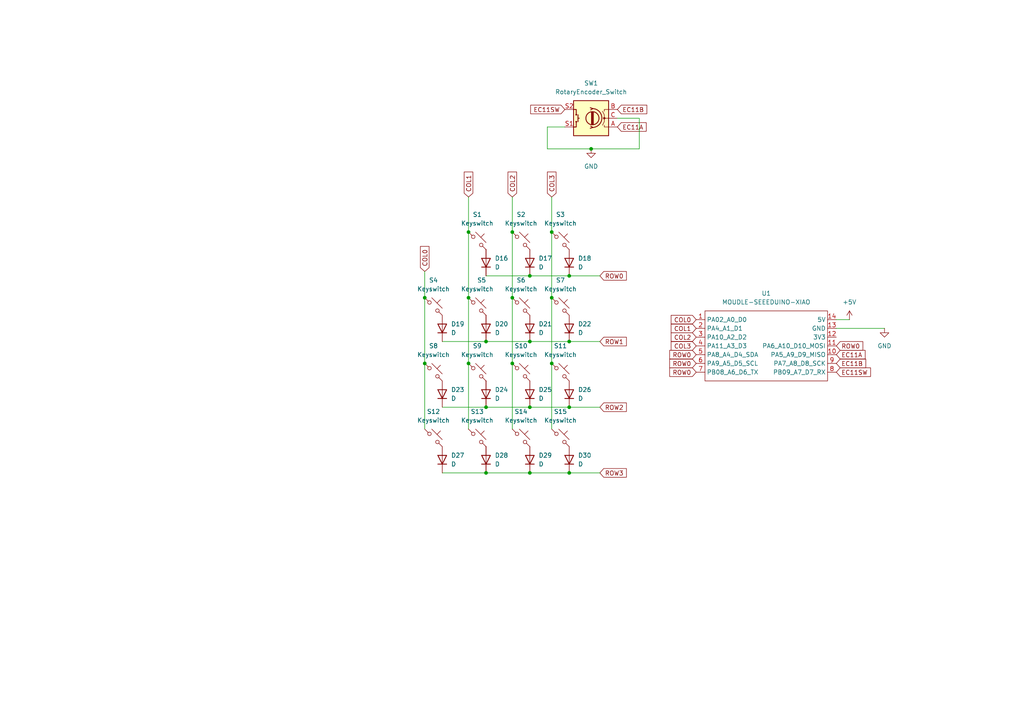
<source format=kicad_sch>
(kicad_sch (version 20231120) (generator "eeschema") (generator_version "8.0")
  (paper "A4")
  (lib_symbols
    (symbol "Device:D" (pin_numbers hide) (pin_names (offset 1.016) hide)
      (property "Reference" "D" (at 0 2.54 0))
      (property "Value" "D" (at 0 -2.54 0))
      (symbol "D_0_1"
        (polyline (pts (xy -1.27 1.27) (xy -1.27 -1.27)) (stroke (width 0.254)))
        (polyline (pts (xy 1.27 0) (xy -1.27 0)))
        (polyline (pts (xy 1.27 1.27) (xy 1.27 -1.27) (xy -1.27 0) (xy 1.27 1.27)) (stroke (width 0.254)))
      )
      (symbol "D_1_1"
        (pin passive line (at -3.81 0 0) (length 2.54) (name "K") (number "1"))
        (pin passive line (at 3.81 0 180) (length 2.54) (name "A") (number "2"))
      )
    )
    (symbol "Device:RotaryEncoder_Switch" (pin_names (offset 0.254) hide)
      (property "Reference" "SW" (at 0 6.604 0))
      (property "Value" "RotaryEncoder_Switch" (at 0 -6.604 0))
      (symbol "RotaryEncoder_Switch_0_1"
        (rectangle (start -5.08 5.08) (end 5.08 -5.08) (stroke (width 0.254)) (fill (type background)))
        (circle (center -3.81 0) (radius 0.254) (fill (type outline)))
        (circle (center -0.381 0) (radius 1.905) (stroke (width 0.254)))
        (arc (start -0.381 2.667) (mid -3.0988 -0.0635) (end -0.381 -2.794) (stroke (width 0.254)))
        (polyline (pts (xy -0.635 -1.778) (xy -0.635 1.778)) (stroke (width 0.254)))
        (polyline (pts (xy -0.381 -1.778) (xy -0.381 1.778)) (stroke (width 0.254)))
        (polyline (pts (xy -0.127 1.778) (xy -0.127 -1.778)) (stroke (width 0.254)))
        (polyline (pts (xy 3.81 0) (xy 3.429 0)) (stroke (width 0.254)))
        (polyline (pts (xy 3.81 1.016) (xy 3.81 -1.016)) (stroke (width 0.254)))
        (polyline (pts (xy -5.08 -2.54) (xy -3.81 -2.54) (xy -3.81 -2.032)))
        (polyline (pts (xy -5.08 2.54) (xy -3.81 2.54) (xy -3.81 2.032)))
        (polyline (pts (xy 0.254 -3.048) (xy -0.508 -2.794) (xy 0.127 -2.413)) (stroke (width 0.254)))
        (polyline (pts (xy 0.254 2.921) (xy -0.508 2.667) (xy 0.127 2.286)) (stroke (width 0.254)))
        (polyline (pts (xy 5.08 -2.54) (xy 4.318 -2.54) (xy 4.318 -1.016)) (stroke (width 0.254)))
        (polyline (pts (xy 5.08 2.54) (xy 4.318 2.54) (xy 4.318 1.016)) (stroke (width 0.254)))
        (polyline (pts (xy -5.08 0) (xy -3.81 0) (xy -3.81 -1.016) (xy -3.302 -2.032)))
        (polyline (pts (xy -4.318 0) (xy -3.81 0) (xy -3.81 1.016) (xy -3.302 2.032)))
        (circle (center 4.318 -1.016) (radius 0.127) (stroke (width 0.254)))
        (circle (center 4.318 1.016) (radius 0.127) (stroke (width 0.254)))
      )
      (symbol "RotaryEncoder_Switch_1_1"
        (pin passive line (at -7.62 2.54 0) (length 2.54) (name "A") (number "A"))
        (pin passive line (at -7.62 -2.54 0) (length 2.54) (name "B") (number "B"))
        (pin passive line (at -7.62 0 0) (length 2.54) (name "C") (number "C"))
        (pin passive line (at 7.62 2.54 180) (length 2.54) (name "S1") (number "S1"))
        (pin passive line (at 7.62 -2.54 180) (length 2.54) (name "S2") (number "S2"))
      )
    )
    (symbol "MOUDLE-SEEEDUINO-XIAO:MOUDLE-SEEEDUINO-XIAO"
      (property "Reference" "U" (at -16.51 11.43 0))
      (property "Value" "MOUDLE-SEEEDUINO-XIAO" (at -3.81 -11.43 0))
      (symbol "MOUDLE-SEEEDUINO-XIAO_0_1"
        (rectangle (start -16.51 10.16) (end 19.05 -10.16))
      )
      (symbol "MOUDLE-SEEEDUINO-XIAO_1_1"
        (pin passive line (at -19.05 7.62 0) (length 2.54) (name "PA02_A0_D0") (number "1"))
        (pin passive line (at 21.59 -2.54 180) (length 2.54) (name "PA5_A9_D9_MISO") (number "10"))
        (pin passive line (at 21.59 0 180) (length 2.54) (name "PA6_A10_D10_MOSI") (number "11"))
        (pin passive line (at 21.59 2.54 180) (length 2.54) (name "3V3") (number "12"))
        (pin passive line (at 21.59 5.08 180) (length 2.54) (name "GND") (number "13"))
        (pin passive line (at 21.59 7.62 180) (length 2.54) (name "5V") (number "14"))
        (pin passive line (at -19.05 5.08 0) (length 2.54) (name "PA4_A1_D1") (number "2"))
        (pin passive line (at -19.05 2.54 0) (length 2.54) (name "PA10_A2_D2") (number "3"))
        (pin passive line (at -19.05 0 0) (length 2.54) (name "PA11_A3_D3") (number "4"))
        (pin passive line (at -19.05 -2.54 0) (length 2.54) (name "PA8_A4_D4_SDA") (number "5"))
        (pin passive line (at -19.05 -5.08 0) (length 2.54) (name "PA9_A5_D5_SCL") (number "6"))
        (pin passive line (at -19.05 -7.62 0) (length 2.54) (name "PB08_A6_D6_TX") (number "7"))
        (pin passive line (at 21.59 -7.62 180) (length 2.54) (name "PB09_A7_D7_RX") (number "8"))
        (pin passive line (at 21.59 -5.08 180) (length 2.54) (name "PA7_A8_D8_SCK") (number "9"))
      )
    )
    (symbol "ScottoKeebs:Placeholder_Keyswitch" (pin_numbers hide) (pin_names (offset 1.016) hide)
      (property "Reference" "S" (at 3.048 1.016 0))
      (property "Value" "Keyswitch" (at 0 -3.81 0))
      (symbol "Placeholder_Keyswitch_0_1"
        (circle (center -1.1684 1.1684) (radius 0.508))
        (polyline (pts (xy -0.508 2.54) (xy 2.54 -0.508)))
        (polyline (pts (xy 1.016 1.016) (xy 2.032 2.032)))
        (polyline (pts (xy -2.54 2.54) (xy -1.524 1.524) (xy -1.524 1.524)))
        (polyline (pts (xy 1.524 -1.524) (xy 2.54 -2.54) (xy 2.54 -2.54) (xy 2.54 -2.54)))
        (circle (center 1.143 -1.1938) (radius 0.508))
        (pin passive line (at -2.54 2.54 0) (length 0) (name "1") (number "1"))
        (pin passive line (at 2.54 -2.54 180) (length 0) (name "2") (number "2"))
      )
    )
    (symbol "power:+5V" (power) (pin_numbers hide) (pin_names (offset 0) hide)
      (property "Value" "+5V" (at 0 3.556 0))
      (symbol "+5V_0_1"
        (polyline (pts (xy -0.762 1.27) (xy 0 2.54)))
        (polyline (pts (xy 0 0) (xy 0 2.54)))
        (polyline (pts (xy 0 2.54) (xy 0.762 1.27)))
      )
      (symbol "+5V_1_1"
        (pin power_in line (at 0 0 90) (length 0) (name "~") (number "1"))
      )
    )
    (symbol "power:GND" (power) (pin_numbers hide) (pin_names (offset 0) hide)
      (property "Value" "GND" (at 0 -3.81 0))
      (symbol "GND_0_1"
        (polyline (pts (xy 0 0) (xy 0 -1.27) (xy 1.27 -1.27) (xy 0 -2.54) (xy -1.27 -1.27) (xy 0 -1.27)))
      )
      (symbol "GND_1_1"
        (pin power_in line (at 0 0 270) (length 0) (name "~") (number "1"))
      )
    )
  )
  (junction (at 148.59 86.36))
  (junction (at 165.1 80.01))
  (junction (at 140.97 118.11))
  (junction (at 148.59 67.31))
  (junction (at 160.02 105.41))
  (junction (at 165.1 99.06))
  (junction (at 153.67 80.01))
  (junction (at 135.89 67.31))
  (junction (at 171.45 43.18))
  (junction (at 123.19 105.41))
  (junction (at 148.59 105.41))
  (junction (at 135.89 105.41))
  (junction (at 153.67 99.06))
  (junction (at 165.1 137.16))
  (junction (at 153.67 137.16))
  (junction (at 165.1 118.11))
  (junction (at 140.97 99.06))
  (junction (at 140.97 137.16))
  (junction (at 135.89 86.36))
  (junction (at 153.67 118.11))
  (junction (at 160.02 67.31))
  (junction (at 160.02 86.36))
  (junction (at 123.19 86.36))
  (wire (pts (xy 160.02 86.36) (xy 160.02 105.41)))
  (wire (pts (xy 128.27 99.06) (xy 140.97 99.06)))
  (wire (pts (xy 153.67 99.06) (xy 165.1 99.06)))
  (wire (pts (xy 153.67 80.01) (xy 165.1 80.01)))
  (wire (pts (xy 123.19 86.36) (xy 123.19 105.41)))
  (wire (pts (xy 140.97 80.01) (xy 153.67 80.01)))
  (wire (pts (xy 160.02 57.15) (xy 160.02 67.31)))
  (wire (pts (xy 140.97 118.11) (xy 153.67 118.11)))
  (wire (pts (xy 148.59 57.15) (xy 148.59 67.31)))
  (wire (pts (xy 160.02 67.31) (xy 160.02 86.36)))
  (wire (pts (xy 135.89 86.36) (xy 135.89 105.41)))
  (wire (pts (xy 148.59 67.31) (xy 148.59 86.36)))
  (wire (pts (xy 165.1 137.16) (xy 173.99 137.16)))
  (wire (pts (xy 140.97 99.06) (xy 153.67 99.06)))
  (wire (pts (xy 171.45 43.18) (xy 158.75 43.18)))
  (wire (pts (xy 160.02 105.41) (xy 160.02 124.46)))
  (wire (pts (xy 158.75 43.18) (xy 158.75 36.83)))
  (wire (pts (xy 179.07 34.29) (xy 185.42 34.29)))
  (wire (pts (xy 165.1 80.01) (xy 173.99 80.01)))
  (wire (pts (xy 242.57 95.25) (xy 256.54 95.25)))
  (wire (pts (xy 123.19 105.41) (xy 123.19 124.46)))
  (wire (pts (xy 153.67 137.16) (xy 165.1 137.16)))
  (wire (pts (xy 135.89 105.41) (xy 135.89 124.46)))
  (wire (pts (xy 148.59 86.36) (xy 148.59 105.41)))
  (wire (pts (xy 135.89 67.31) (xy 135.89 86.36)))
  (wire (pts (xy 242.57 92.71) (xy 246.38 92.71)))
  (wire (pts (xy 140.97 137.16) (xy 153.67 137.16)))
  (wire (pts (xy 165.1 118.11) (xy 173.99 118.11)))
  (wire (pts (xy 165.1 99.06) (xy 173.99 99.06)))
  (wire (pts (xy 185.42 43.18) (xy 171.45 43.18)))
  (wire (pts (xy 135.89 57.15) (xy 135.89 67.31)))
  (wire (pts (xy 153.67 118.11) (xy 165.1 118.11)))
  (wire (pts (xy 128.27 118.11) (xy 140.97 118.11)))
  (wire (pts (xy 123.19 78.74) (xy 123.19 86.36)))
  (wire (pts (xy 185.42 34.29) (xy 185.42 43.18)))
  (wire (pts (xy 158.75 36.83) (xy 163.83 36.83)))
  (wire (pts (xy 148.59 105.41) (xy 148.59 124.46)))
  (wire (pts (xy 128.27 137.16) (xy 140.97 137.16)))
  (global_label "ROW0" (shape input) (at 242.57 100.33 0) (property "Intersheetrefs" "${INTERSHEET_REFS}" (effects (hide yes))))
  (global_label "COL3" (shape input) (at 201.93 100.33 180) (property "Intersheetrefs" "${INTERSHEET_REFS}" (effects (hide yes))))
  (global_label "COL1" (shape input) (at 135.89 57.15 90) (property "Intersheetrefs" "${INTERSHEET_REFS}" (effects (hide yes))))
  (global_label "COL1" (shape input) (at 201.93 95.25 180) (property "Intersheetrefs" "${INTERSHEET_REFS}" (effects (hide yes))))
  (global_label "COL0" (shape input) (at 201.93 92.71 180) (property "Intersheetrefs" "${INTERSHEET_REFS}" (effects (hide yes))))
  (global_label "ROW3" (shape input) (at 173.99 137.16 0) (property "Intersheetrefs" "${INTERSHEET_REFS}" (effects (hide yes))))
  (global_label "EC11SW" (shape input) (at 163.83 31.75 180) (property "Intersheetrefs" "${INTERSHEET_REFS}" (effects (hide yes))))
  (global_label "COL2" (shape input) (at 148.59 57.15 90) (property "Intersheetrefs" "${INTERSHEET_REFS}" (effects (hide yes))))
  (global_label "EC11B" (shape input) (at 179.07 31.75 0) (property "Intersheetrefs" "${INTERSHEET_REFS}" (effects (hide yes))))
  (global_label "COL0" (shape input) (at 123.19 78.74 90) (property "Intersheetrefs" "${INTERSHEET_REFS}" (effects (hide yes))))
  (global_label "EC11B" (shape input) (at 242.57 105.41 0) (property "Intersheetrefs" "${INTERSHEET_REFS}" (effects (hide yes))))
  (global_label "ROW2" (shape input) (at 173.99 118.11 0) (property "Intersheetrefs" "${INTERSHEET_REFS}" (effects (hide yes))))
  (global_label "EC11A" (shape input) (at 179.07 36.83 0) (property "Intersheetrefs" "${INTERSHEET_REFS}" (effects (hide yes))))
  (global_label "COL3" (shape input) (at 160.02 57.15 90) (property "Intersheetrefs" "${INTERSHEET_REFS}" (effects (hide yes))))
  (global_label "ROW0" (shape input) (at 173.99 80.01 0) (property "Intersheetrefs" "${INTERSHEET_REFS}" (effects (hide yes))))
  (global_label "ROW0" (shape input) (at 201.93 107.95 180) (property "Intersheetrefs" "${INTERSHEET_REFS}" (effects (hide yes))))
  (global_label "ROW0" (shape input) (at 201.93 105.41 180) (property "Intersheetrefs" "${INTERSHEET_REFS}" (effects (hide yes))))
  (global_label "COL2" (shape input) (at 201.93 97.79 180) (property "Intersheetrefs" "${INTERSHEET_REFS}" (effects (hide yes))))
  (global_label "EC11SW" (shape input) (at 242.57 107.95 0) (property "Intersheetrefs" "${INTERSHEET_REFS}" (effects (hide yes))))
  (global_label "EC11A" (shape input) (at 242.57 102.87 0) (property "Intersheetrefs" "${INTERSHEET_REFS}" (effects (hide yes))))
  (global_label "ROW1" (shape input) (at 173.99 99.06 0) (property "Intersheetrefs" "${INTERSHEET_REFS}" (effects (hide yes))))
  (global_label "ROW0" (shape input) (at 201.93 102.87 180) (property "Intersheetrefs" "${INTERSHEET_REFS}" (effects (hide yes))))
  (symbol (lib_id "ScottoKeebs:Placeholder_Keyswitch") (at 138.43 107.95 0) (unit 1)
    (property "Reference" "S9" (at 138.43 100.33 0))
    (property "Value" "Keyswitch" (at 138.43 102.87 0))
    (property "Description" "Push button switch, normally open, two pins, 45° tilted" (effects (hide yes)))
  )
  (symbol (lib_id "Device:D") (at 153.67 133.35 90) (unit 1)
    (property "Reference" "D29" (at 156.21 132.0799 90) (effects (justify right)))
    (property "Value" "D" (at 156.21 134.6199 90) (effects (justify right)))
    (property "Description" "Diode" (effects (hide yes)))
    (property "Sim.Device" "D" (effects (hide yes)))
    (property "Sim.Pins" "1=K 2=A" (effects (hide yes)))
  )
  (symbol (lib_id "Device:D") (at 128.27 95.25 90) (unit 1)
    (property "Reference" "D19" (at 130.81 93.9799 90) (effects (justify right)))
    (property "Value" "D" (at 130.81 96.5199 90) (effects (justify right)))
    (property "Description" "Diode" (effects (hide yes)))
    (property "Sim.Device" "D" (effects (hide yes)))
    (property "Sim.Pins" "1=K 2=A" (effects (hide yes)))
  )
  (symbol (lib_id "ScottoKeebs:Placeholder_Keyswitch") (at 138.43 88.9 0) (unit 1)
    (property "Reference" "S5" (at 139.7 81.28 0))
    (property "Value" "Keyswitch" (at 138.43 83.82 0))
    (property "Description" "Push button switch, normally open, two pins, 45° tilted" (effects (hide yes)))
  )
  (symbol (lib_id "ScottoKeebs:Placeholder_Keyswitch") (at 125.73 107.95 0) (unit 1)
    (property "Reference" "S8" (at 125.73 100.33 0))
    (property "Value" "Keyswitch" (at 125.73 102.87 0))
    (property "Description" "Push button switch, normally open, two pins, 45° tilted" (effects (hide yes)))
  )
  (symbol (lib_id "ScottoKeebs:Placeholder_Keyswitch") (at 138.43 69.85 0) (unit 1)
    (property "Reference" "S1" (at 138.43 62.23 0))
    (property "Value" "Keyswitch" (at 138.43 64.77 0))
    (property "Description" "Push button switch, normally open, two pins, 45° tilted" (effects (hide yes)))
  )
  (symbol (lib_id "Device:D") (at 165.1 114.3 90) (unit 1)
    (property "Reference" "D26" (at 167.64 113.0299 90) (effects (justify right)))
    (property "Value" "D" (at 167.64 115.5699 90) (effects (justify right)))
    (property "Description" "Diode" (effects (hide yes)))
    (property "Sim.Device" "D" (effects (hide yes)))
    (property "Sim.Pins" "1=K 2=A" (effects (hide yes)))
  )
  (symbol (lib_id "MOUDLE-SEEEDUINO-XIAO:MOUDLE-SEEEDUINO-XIAO") (at 220.98 100.33 0) (unit 1)
    (property "Reference" "U1" (at 222.25 85.09 0))
    (property "Value" "MOUDLE-SEEEDUINO-XIAO" (at 222.25 87.63 0))
    (property "Footprint" "XIAO_PCB:MOUDLE14P-2.54-21X17.8MM" (effects (hide yes)))
  )
  (symbol (lib_id "ScottoKeebs:Placeholder_Keyswitch") (at 138.43 127 0) (unit 1)
    (property "Reference" "S13" (at 138.43 119.38 0))
    (property "Value" "Keyswitch" (at 138.43 121.92 0))
    (property "Description" "Push button switch, normally open, two pins, 45° tilted" (effects (hide yes)))
  )
  (symbol (lib_id "Device:D") (at 140.97 76.2 90) (unit 1)
    (property "Reference" "D16" (at 143.51 74.9299 90) (effects (justify right)))
    (property "Value" "D" (at 143.51 77.4699 90) (effects (justify right)))
    (property "Description" "Diode" (effects (hide yes)))
    (property "Sim.Device" "D" (effects (hide yes)))
    (property "Sim.Pins" "1=K 2=A" (effects (hide yes)))
  )
  (symbol (lib_id "power:GND") (at 256.54 95.25 0) (unit 1)
    (property "Reference" "#PWR08" (effects (hide yes)))
    (property "Value" "GND" (at 256.54 100.33 0))
    (property "Description" "Power symbol creates a global label with name \"GND\" , ground" (effects (hide yes)))
  )
  (symbol (lib_id "ScottoKeebs:Placeholder_Keyswitch") (at 151.13 88.9 0) (unit 1)
    (property "Reference" "S6" (at 151.13 81.28 0))
    (property "Value" "Keyswitch" (at 151.13 83.82 0))
    (property "Description" "Push button switch, normally open, two pins, 45° tilted" (effects (hide yes)))
  )
  (symbol (lib_id "Device:D") (at 140.97 95.25 90) (unit 1)
    (property "Reference" "D20" (at 143.51 93.9799 90) (effects (justify right)))
    (property "Value" "D" (at 143.51 96.5199 90) (effects (justify right)))
    (property "Description" "Diode" (effects (hide yes)))
    (property "Sim.Device" "D" (effects (hide yes)))
    (property "Sim.Pins" "1=K 2=A" (effects (hide yes)))
  )
  (symbol (lib_id "Device:D") (at 165.1 95.25 90) (unit 1)
    (property "Reference" "D22" (at 167.64 93.9799 90) (effects (justify right)))
    (property "Value" "D" (at 167.64 96.5199 90) (effects (justify right)))
    (property "Description" "Diode" (effects (hide yes)))
    (property "Sim.Device" "D" (effects (hide yes)))
    (property "Sim.Pins" "1=K 2=A" (effects (hide yes)))
  )
  (symbol (lib_id "ScottoKeebs:Placeholder_Keyswitch") (at 151.13 107.95 0) (unit 1)
    (property "Reference" "S10" (at 151.13 100.33 0))
    (property "Value" "Keyswitch" (at 151.13 102.87 0))
    (property "Description" "Push button switch, normally open, two pins, 45° tilted" (effects (hide yes)))
  )
  (symbol (lib_id "ScottoKeebs:Placeholder_Keyswitch") (at 162.56 69.85 0) (unit 1)
    (property "Reference" "S3" (at 162.56 62.23 0))
    (property "Value" "Keyswitch" (at 162.56 64.77 0))
    (property "Description" "Push button switch, normally open, two pins, 45° tilted" (effects (hide yes)))
  )
  (symbol (lib_id "Device:D") (at 165.1 133.35 90) (unit 1)
    (property "Reference" "D30" (at 167.64 132.0799 90) (effects (justify right)))
    (property "Value" "D" (at 167.64 134.6199 90) (effects (justify right)))
    (property "Description" "Diode" (effects (hide yes)))
    (property "Sim.Device" "D" (effects (hide yes)))
    (property "Sim.Pins" "1=K 2=A" (effects (hide yes)))
  )
  (symbol (lib_id "Device:D") (at 165.1 76.2 90) (unit 1)
    (property "Reference" "D18" (at 167.64 74.9299 90) (effects (justify right)))
    (property "Value" "D" (at 167.64 77.4699 90) (effects (justify right)))
    (property "Description" "Diode" (effects (hide yes)))
    (property "Sim.Device" "D" (effects (hide yes)))
    (property "Sim.Pins" "1=K 2=A" (effects (hide yes)))
  )
  (symbol (lib_id "ScottoKeebs:Placeholder_Keyswitch") (at 125.73 88.9 0) (unit 1)
    (property "Reference" "S4" (at 125.73 81.28 0))
    (property "Value" "Keyswitch" (at 125.73 83.82 0))
    (property "Description" "Push button switch, normally open, two pins, 45° tilted" (effects (hide yes)))
  )
  (symbol (lib_id "Device:D") (at 128.27 133.35 90) (unit 1)
    (property "Reference" "D27" (at 130.81 132.0799 90) (effects (justify right)))
    (property "Value" "D" (at 130.81 134.6199 90) (effects (justify right)))
    (property "Description" "Diode" (effects (hide yes)))
    (property "Sim.Device" "D" (effects (hide yes)))
    (property "Sim.Pins" "1=K 2=A" (effects (hide yes)))
  )
  (symbol (lib_id "ScottoKeebs:Placeholder_Keyswitch") (at 162.56 88.9 0) (unit 1)
    (property "Reference" "S7" (at 162.56 81.28 0))
    (property "Value" "Keyswitch" (at 162.56 83.82 0))
    (property "Description" "Push button switch, normally open, two pins, 45° tilted" (effects (hide yes)))
  )
  (symbol (lib_id "Device:D") (at 140.97 114.3 90) (unit 1)
    (property "Reference" "D24" (at 143.51 113.0299 90) (effects (justify right)))
    (property "Value" "D" (at 143.51 115.5699 90) (effects (justify right)))
    (property "Description" "Diode" (effects (hide yes)))
    (property "Sim.Device" "D" (effects (hide yes)))
    (property "Sim.Pins" "1=K 2=A" (effects (hide yes)))
  )
  (symbol (lib_id "Device:D") (at 153.67 95.25 90) (unit 1)
    (property "Reference" "D21" (at 156.21 93.9799 90) (effects (justify right)))
    (property "Value" "D" (at 156.21 96.5199 90) (effects (justify right)))
    (property "Description" "Diode" (effects (hide yes)))
    (property "Sim.Device" "D" (effects (hide yes)))
    (property "Sim.Pins" "1=K 2=A" (effects (hide yes)))
  )
  (symbol (lib_id "Device:RotaryEncoder_Switch") (at 171.45 34.29 180) (unit 1)
    (property "Reference" "SW1" (at 171.45 24.13 0))
    (property "Value" "RotaryEncoder_Switch" (at 171.45 26.67 0))
    (property "Description" "Rotary encoder, dual channel, incremental quadrate outputs, with switch" (effects (hide yes)))
  )
  (symbol (lib_id "ScottoKeebs:Placeholder_Keyswitch") (at 151.13 69.85 0) (unit 1)
    (property "Reference" "S2" (at 151.13 62.23 0))
    (property "Value" "Keyswitch" (at 151.13 64.77 0))
    (property "Description" "Push button switch, normally open, two pins, 45° tilted" (effects (hide yes)))
  )
  (symbol (lib_id "ScottoKeebs:Placeholder_Keyswitch") (at 162.56 107.95 0) (unit 1)
    (property "Reference" "S11" (at 162.56 100.33 0))
    (property "Value" "Keyswitch" (at 162.56 102.87 0))
    (property "Description" "Push button switch, normally open, two pins, 45° tilted" (effects (hide yes)))
  )
  (symbol (lib_id "Device:D") (at 140.97 133.35 90) (unit 1)
    (property "Reference" "D28" (at 143.51 132.0799 90) (effects (justify right)))
    (property "Value" "D" (at 143.51 134.6199 90) (effects (justify right)))
    (property "Description" "Diode" (effects (hide yes)))
    (property "Sim.Device" "D" (effects (hide yes)))
    (property "Sim.Pins" "1=K 2=A" (effects (hide yes)))
  )
  (symbol (lib_id "power:GND") (at 171.45 43.18 0) (unit 1)
    (property "Reference" "#PWR04" (effects (hide yes)))
    (property "Value" "GND" (at 171.45 48.26 0))
    (property "Description" "Power symbol creates a global label with name \"GND\" , ground" (effects (hide yes)))
  )
  (symbol (lib_id "power:+5V") (at 246.38 92.71 0) (unit 1)
    (property "Reference" "#PWR07" (effects (hide yes)))
    (property "Value" "+5V" (at 246.38 87.63 0))
    (property "Description" "Power symbol creates a global label with name \"+5V\"" (effects (hide yes)))
  )
  (symbol (lib_id "Device:D") (at 153.67 76.2 90) (unit 1)
    (property "Reference" "D17" (at 156.21 74.9299 90) (effects (justify right)))
    (property "Value" "D" (at 156.21 77.4699 90) (effects (justify right)))
    (property "Description" "Diode" (effects (hide yes)))
    (property "Sim.Device" "D" (effects (hide yes)))
    (property "Sim.Pins" "1=K 2=A" (effects (hide yes)))
  )
  (symbol (lib_id "Device:D") (at 128.27 114.3 90) (unit 1)
    (property "Reference" "D23" (at 130.81 113.0299 90) (effects (justify right)))
    (property "Value" "D" (at 130.81 115.5699 90) (effects (justify right)))
    (property "Description" "Diode" (effects (hide yes)))
    (property "Sim.Device" "D" (effects (hide yes)))
    (property "Sim.Pins" "1=K 2=A" (effects (hide yes)))
  )
  (symbol (lib_id "ScottoKeebs:Placeholder_Keyswitch") (at 151.13 127 0) (unit 1)
    (property "Reference" "S14" (at 151.13 119.38 0))
    (property "Value" "Keyswitch" (at 151.13 121.92 0))
    (property "Description" "Push button switch, normally open, two pins, 45° tilted" (effects (hide yes)))
  )
  (symbol (lib_id "Device:D") (at 153.67 114.3 90) (unit 1)
    (property "Reference" "D25" (at 156.21 113.0299 90) (effects (justify right)))
    (property "Value" "D" (at 156.21 115.5699 90) (effects (justify right)))
    (property "Description" "Diode" (effects (hide yes)))
    (property "Sim.Device" "D" (effects (hide yes)))
    (property "Sim.Pins" "1=K 2=A" (effects (hide yes)))
  )
  (symbol (lib_id "ScottoKeebs:Placeholder_Keyswitch") (at 125.73 127 0) (unit 1)
    (property "Reference" "S12" (at 125.73 119.38 0))
    (property "Value" "Keyswitch" (at 125.73 121.92 0))
    (property "Description" "Push button switch, normally open, two pins, 45° tilted" (effects (hide yes)))
  )
  (symbol (lib_id "ScottoKeebs:Placeholder_Keyswitch") (at 162.56 127 0) (unit 1)
    (property "Reference" "S15" (at 162.56 119.38 0))
    (property "Value" "Keyswitch" (at 162.56 121.92 0))
    (property "Description" "Push button switch, normally open, two pins, 45° tilted" (effects (hide yes)))
  )
)
</source>
